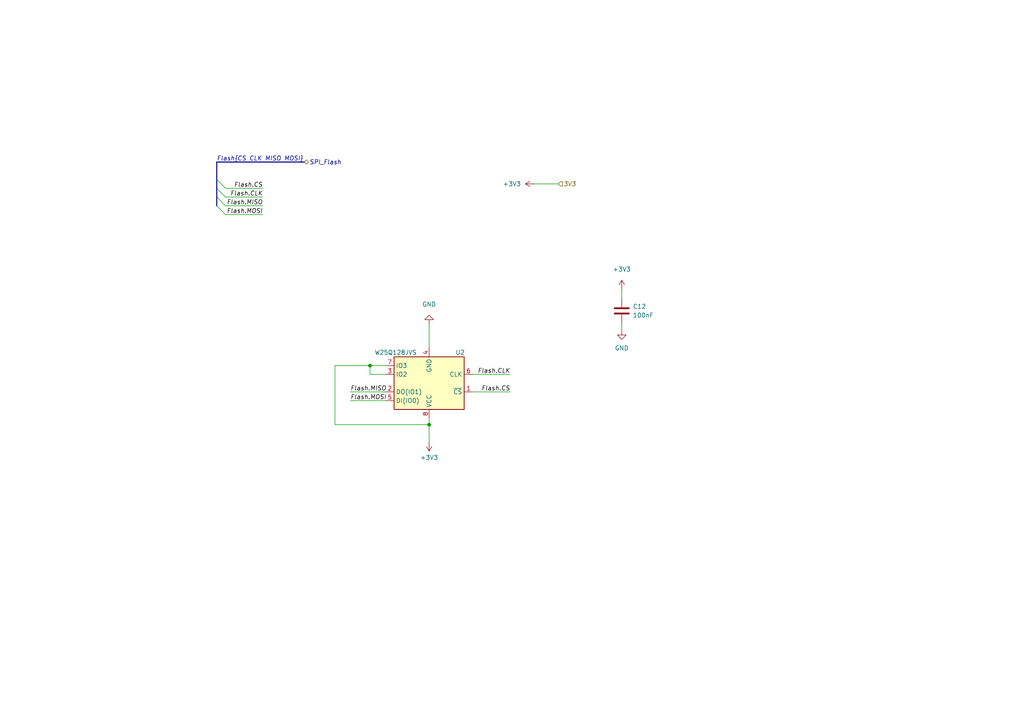
<source format=kicad_sch>
(kicad_sch (version 20230121) (generator eeschema)
  (paper "A4")
  (lib_symbols
    (symbol "Device:C" (pin_numbers hide) (pin_names (offset 0.254))
      (property "Reference" "C" (at 0.635 2.54 0))
      (property "Value" "C" (at 0.635 -2.54 0))
      (symbol "C_0_1"
        (polyline (pts (xy -2.032 -0.762) (xy 2.032 -0.762)) (stroke (width 0.508)))
        (polyline (pts (xy -2.032 0.762) (xy 2.032 0.762)) (stroke (width 0.508)))
      )
      (symbol "C_1_1"
        (pin passive line (at 0 3.81 270) (length 2.794) (name "~") (number "1"))
        (pin passive line (at 0 -3.81 90) (length 2.794) (name "~") (number "2"))
      )
    )
    (symbol "Memory_Flash:W25Q128JVS"
      (property "Reference" "U" (at -8.89 8.89 0))
      (property "Value" "W25Q128JVS" (at 7.62 8.89 0))
      (symbol "W25Q128JVS_0_1"
        (rectangle (start -10.16 7.62) (end 10.16 -7.62) (stroke (width 0.254)) (fill (type background)))
      )
      (symbol "W25Q128JVS_1_1"
        (pin input line (at -12.7 2.54 0) (length 2.54) (name "~{CS}") (number "1"))
        (pin bidirectional line (at 12.7 2.54 180) (length 2.54) (name "DO(IO1)") (number "2"))
        (pin bidirectional line (at 12.7 -2.54 180) (length 2.54) (name "IO2") (number "3"))
        (pin power_in line (at 0 -10.16 90) (length 2.54) (name "GND") (number "4"))
        (pin bidirectional line (at 12.7 5.08 180) (length 2.54) (name "DI(IO0)") (number "5"))
        (pin input line (at -12.7 -2.54 0) (length 2.54) (name "CLK") (number "6"))
        (pin bidirectional line (at 12.7 -5.08 180) (length 2.54) (name "IO3") (number "7"))
        (pin power_in line (at 0 10.16 270) (length 2.54) (name "VCC") (number "8"))
      )
    )
    (symbol "power:+3V3" (power) (pin_names (offset 0))
      (property "Value" "+3V3" (at 0 3.556 0))
      (symbol "+3V3_0_1"
        (polyline (pts (xy -0.762 1.27) (xy 0 2.54)))
        (polyline (pts (xy 0 0) (xy 0 2.54)))
        (polyline (pts (xy 0 2.54) (xy 0.762 1.27)))
      )
      (symbol "+3V3_1_1"
        (pin power_in line (at 0 0 90) (length 0) hide (name "+3V3") (number "1"))
      )
    )
    (symbol "power:GND" (power) (pin_names (offset 0))
      (property "Value" "GND" (at 0 -3.81 0))
      (symbol "GND_0_1"
        (polyline (pts (xy 0 0) (xy 0 -1.27) (xy 1.27 -1.27) (xy 0 -2.54) (xy -1.27 -1.27) (xy 0 -1.27)))
      )
      (symbol "GND_1_1"
        (pin power_in line (at 0 0 270) (length 0) hide (name "GND") (number "1"))
      )
    )
  )
  (junction (at 107.315 106.045))
  (junction (at 124.46 123.19))
  (bus_entry (at 62.865 52.07) (size 2.54 2.54))
  (bus_entry (at 62.865 59.69) (size 2.54 2.54))
  (bus_entry (at 62.865 54.61) (size 2.54 2.54))
  (bus_entry (at 62.865 57.15) (size 2.54 2.54))
  (wire (pts (xy 124.46 93.98) (xy 124.46 100.965)))
  (wire (pts (xy 124.46 123.19) (xy 124.46 128.27)))
  (wire (pts (xy 65.405 54.61) (xy 76.2 54.61)))
  (wire (pts (xy 65.405 57.15) (xy 76.2 57.15)))
  (wire (pts (xy 137.16 108.585) (xy 147.955 108.585)))
  (wire (pts (xy 180.34 86.36) (xy 180.34 83.82)))
  (wire (pts (xy 101.6 113.665) (xy 111.76 113.665)))
  (wire (pts (xy 180.34 93.98) (xy 180.34 95.885)))
  (wire (pts (xy 107.315 106.045) (xy 97.155 106.045)))
  (bus (pts (xy 62.865 46.99) (xy 62.865 52.07)))
  (wire (pts (xy 107.315 108.585) (xy 107.315 106.045)))
  (bus (pts (xy 62.865 52.07) (xy 62.865 54.61)))
  (bus (pts (xy 62.865 57.15) (xy 62.865 59.69)))
  (wire (pts (xy 137.16 113.665) (xy 147.955 113.665)))
  (wire (pts (xy 97.155 123.19) (xy 124.46 123.19)))
  (wire (pts (xy 111.76 108.585) (xy 107.315 108.585)))
  (wire (pts (xy 107.315 106.045) (xy 111.76 106.045)))
  (wire (pts (xy 97.155 106.045) (xy 97.155 123.19)))
  (bus (pts (xy 62.865 46.99) (xy 88.265 46.99)))
  (wire (pts (xy 124.46 121.285) (xy 124.46 123.19)))
  (wire (pts (xy 65.405 62.23) (xy 76.2 62.23)))
  (wire (pts (xy 65.405 59.69) (xy 76.2 59.69)))
  (wire (pts (xy 154.94 53.34) (xy 161.925 53.34)))
  (bus (pts (xy 62.865 54.61) (xy 62.865 57.15)))
  (wire (pts (xy 101.6 116.205) (xy 111.76 116.205)))
  (label "Flash.CS" (at 76.2 54.61 180) (effects (font italic)))
  (label "Flash.MOSI" (at 76.2 62.23 180) (effects (font italic)))
  (label "Flash.CLK" (at 147.955 108.585 180) (effects (font italic)))
  (label "Flash.CS" (at 147.955 113.665 180) (effects (font italic)))
  (label "Flash.MISO" (at 101.6 113.665 0) (effects (font italic)))
  (label "Flash.MISO" (at 76.2 59.69 180) (effects (font italic)))
  (label "Flash{CS CLK MISO MOSI}" (at 62.865 46.99 0) (effects (font italic)))
  (label "Flash.MOSI" (at 101.6 116.205 0) (effects (font italic)))
  (label "Flash.CLK" (at 76.2 57.15 180) (effects (font italic)))
  (hierarchical_label "3V3" (shape input) (at 161.925 53.34 0) (effects (font italic)))
  (hierarchical_label "SPI_Flash" (shape bidirectional) (at 88.265 46.99 0) (effects (font italic)))
  (symbol (lib_id "power:GND") (at 124.46 93.98 180) (unit 1)
    (property "Reference" "#PWR0126" (effects hide))
    (property "Value" "GND" (at 124.46 88.265 0))
    (instances (project "STM32F446RC" (path "" (reference "#PWR0126") (unit 1))) (project "Commander" (path "" (reference "#PWR020") (unit 1))))
  )
  (symbol (lib_id "power:+3V3") (at 180.34 83.82 0) (unit 1)
    (property "Reference" "#PWR0127" (effects hide))
    (property "Value" "+3V3" (at 180.34 78.105 0))
    (instances (project "STM32F446RC" (path "" (reference "#PWR0127") (unit 1))) (project "Commander" (path "" (reference "#PWR019") (unit 1))))
  )
  (symbol (lib_id "power:GND") (at 180.34 95.885 0) (unit 1)
    (property "Reference" "#PWR0128" (effects hide))
    (property "Value" "GND" (at 180.34 100.965 0))
    (instances (project "STM32F446RC" (path "" (reference "#PWR0128") (unit 1))) (project "Commander" (path "" (reference "#PWR021") (unit 1))))
  )
  (symbol (lib_id "Memory_Flash:W25Q128JVS") (at 124.46 111.125 180) (unit 1)
    (property "Reference" "U2" (at 132.08 102.235 0) (effects (justify right)))
    (property "Value" "W25Q128JVS" (at 108.585 102.235 0) (effects (justify right)))
    (property "Footprint" "Package_SON:WSON-8-1EP_6x5mm_P1.27mm_EP3.4x4mm" (effects hide))
    (property "Datasheet" "http://www.winbond.com/resource-files/w25q128jv_dtr%20revc%2003272018%20plus.pdf" (effects hide))
    (instances (project "STM32F446RC" (path "" (reference "U2") (unit 1))) (project "Commander" (path "" (reference "U3") (unit 1))))
  )
  (symbol (lib_id "power:+3V3") (at 124.46 128.27 180) (unit 1)
    (property "Reference" "#PWR0125" (effects hide))
    (property "Value" "+3V3" (at 124.46 132.715 0))
    (instances (project "STM32F446RC" (path "" (reference "#PWR0125") (unit 1))) (project "Commander" (path "" (reference "#PWR022") (unit 1))))
  )
  (symbol (lib_id "power:+3V3") (at 154.94 53.34 90) (unit 1)
    (property "Reference" "#PWR01" (effects hide))
    (property "Value" "+3V3" (at 151.13 53.3399 90) (effects (justify left)))
    (instances (project "STM32F446RC" (path "" (reference "#PWR01") (unit 1))) (project "Commander" (path "" (reference "#PWR018") (unit 1))))
  )
  (symbol (lib_id "Device:C") (at 180.34 90.17 0) (unit 1)
    (property "Reference" "C12" (at 183.515 88.8999 0) (effects (justify left)))
    (property "Value" "100nF" (at 183.515 91.4399 0) (effects (justify left)))
    (property "Footprint" "Capacitor_SMD:C_0402_1005Metric_Pad0.74x0.62mm_HandSolder" (effects hide))
    (instances (project "STM32F446RC" (path "" (reference "C12") (unit 1))) (project "Commander" (path "" (reference "C16") (unit 1))))
  )
)
</source>
